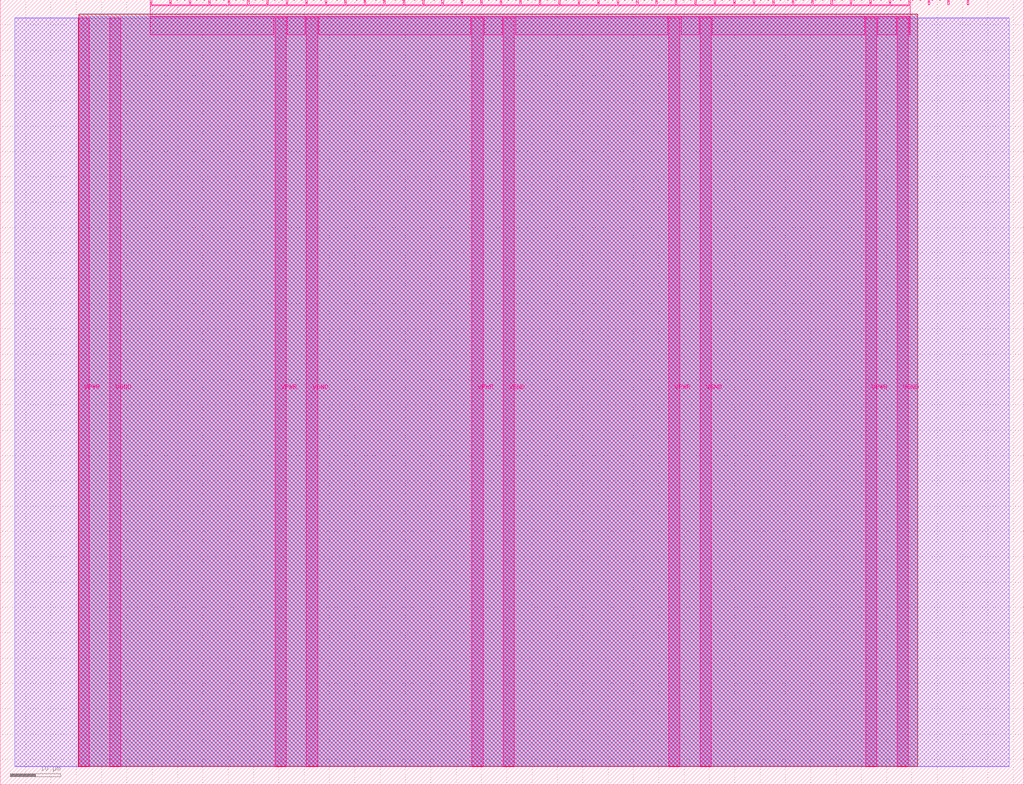
<source format=lef>
VERSION 5.7 ;
  NOWIREEXTENSIONATPIN ON ;
  DIVIDERCHAR "/" ;
  BUSBITCHARS "[]" ;
MACRO tt_um_wokwi_434917167895180289
  CLASS BLOCK ;
  FOREIGN tt_um_wokwi_434917167895180289 ;
  ORIGIN 0.000 0.000 ;
  SIZE 202.080 BY 154.980 ;
  PIN VGND
    DIRECTION INOUT ;
    USE GROUND ;
    PORT
      LAYER Metal5 ;
        RECT 21.580 3.560 23.780 151.420 ;
    END
    PORT
      LAYER Metal5 ;
        RECT 60.450 3.560 62.650 151.420 ;
    END
    PORT
      LAYER Metal5 ;
        RECT 99.320 3.560 101.520 151.420 ;
    END
    PORT
      LAYER Metal5 ;
        RECT 138.190 3.560 140.390 151.420 ;
    END
    PORT
      LAYER Metal5 ;
        RECT 177.060 3.560 179.260 151.420 ;
    END
  END VGND
  PIN VPWR
    DIRECTION INOUT ;
    USE POWER ;
    PORT
      LAYER Metal5 ;
        RECT 15.380 3.560 17.580 151.420 ;
    END
    PORT
      LAYER Metal5 ;
        RECT 54.250 3.560 56.450 151.420 ;
    END
    PORT
      LAYER Metal5 ;
        RECT 93.120 3.560 95.320 151.420 ;
    END
    PORT
      LAYER Metal5 ;
        RECT 131.990 3.560 134.190 151.420 ;
    END
    PORT
      LAYER Metal5 ;
        RECT 170.860 3.560 173.060 151.420 ;
    END
  END VPWR
  PIN clk
    DIRECTION INPUT ;
    USE SIGNAL ;
    PORT
      LAYER Metal5 ;
        RECT 187.050 153.980 187.350 154.980 ;
    END
  END clk
  PIN ena
    DIRECTION INPUT ;
    USE SIGNAL ;
    PORT
      LAYER Metal5 ;
        RECT 190.890 153.980 191.190 154.980 ;
    END
  END ena
  PIN rst_n
    DIRECTION INPUT ;
    USE SIGNAL ;
    PORT
      LAYER Metal5 ;
        RECT 183.210 153.980 183.510 154.980 ;
    END
  END rst_n
  PIN ui_in[0]
    DIRECTION INPUT ;
    USE SIGNAL ;
    ANTENNAGATEAREA 0.180700 ;
    PORT
      LAYER Metal5 ;
        RECT 179.370 153.980 179.670 154.980 ;
    END
  END ui_in[0]
  PIN ui_in[1]
    DIRECTION INPUT ;
    USE SIGNAL ;
    ANTENNAGATEAREA 0.180700 ;
    PORT
      LAYER Metal5 ;
        RECT 175.530 153.980 175.830 154.980 ;
    END
  END ui_in[1]
  PIN ui_in[2]
    DIRECTION INPUT ;
    USE SIGNAL ;
    ANTENNAGATEAREA 0.180700 ;
    PORT
      LAYER Metal5 ;
        RECT 171.690 153.980 171.990 154.980 ;
    END
  END ui_in[2]
  PIN ui_in[3]
    DIRECTION INPUT ;
    USE SIGNAL ;
    ANTENNAGATEAREA 0.180700 ;
    PORT
      LAYER Metal5 ;
        RECT 167.850 153.980 168.150 154.980 ;
    END
  END ui_in[3]
  PIN ui_in[4]
    DIRECTION INPUT ;
    USE SIGNAL ;
    ANTENNAGATEAREA 0.180700 ;
    PORT
      LAYER Metal5 ;
        RECT 164.010 153.980 164.310 154.980 ;
    END
  END ui_in[4]
  PIN ui_in[5]
    DIRECTION INPUT ;
    USE SIGNAL ;
    ANTENNAGATEAREA 0.180700 ;
    PORT
      LAYER Metal5 ;
        RECT 160.170 153.980 160.470 154.980 ;
    END
  END ui_in[5]
  PIN ui_in[6]
    DIRECTION INPUT ;
    USE SIGNAL ;
    ANTENNAGATEAREA 0.180700 ;
    PORT
      LAYER Metal5 ;
        RECT 156.330 153.980 156.630 154.980 ;
    END
  END ui_in[6]
  PIN ui_in[7]
    DIRECTION INPUT ;
    USE SIGNAL ;
    ANTENNAGATEAREA 0.180700 ;
    PORT
      LAYER Metal5 ;
        RECT 152.490 153.980 152.790 154.980 ;
    END
  END ui_in[7]
  PIN uio_in[0]
    DIRECTION INPUT ;
    USE SIGNAL ;
    PORT
      LAYER Metal5 ;
        RECT 148.650 153.980 148.950 154.980 ;
    END
  END uio_in[0]
  PIN uio_in[1]
    DIRECTION INPUT ;
    USE SIGNAL ;
    PORT
      LAYER Metal5 ;
        RECT 144.810 153.980 145.110 154.980 ;
    END
  END uio_in[1]
  PIN uio_in[2]
    DIRECTION INPUT ;
    USE SIGNAL ;
    PORT
      LAYER Metal5 ;
        RECT 140.970 153.980 141.270 154.980 ;
    END
  END uio_in[2]
  PIN uio_in[3]
    DIRECTION INPUT ;
    USE SIGNAL ;
    PORT
      LAYER Metal5 ;
        RECT 137.130 153.980 137.430 154.980 ;
    END
  END uio_in[3]
  PIN uio_in[4]
    DIRECTION INPUT ;
    USE SIGNAL ;
    PORT
      LAYER Metal5 ;
        RECT 133.290 153.980 133.590 154.980 ;
    END
  END uio_in[4]
  PIN uio_in[5]
    DIRECTION INPUT ;
    USE SIGNAL ;
    PORT
      LAYER Metal5 ;
        RECT 129.450 153.980 129.750 154.980 ;
    END
  END uio_in[5]
  PIN uio_in[6]
    DIRECTION INPUT ;
    USE SIGNAL ;
    PORT
      LAYER Metal5 ;
        RECT 125.610 153.980 125.910 154.980 ;
    END
  END uio_in[6]
  PIN uio_in[7]
    DIRECTION INPUT ;
    USE SIGNAL ;
    PORT
      LAYER Metal5 ;
        RECT 121.770 153.980 122.070 154.980 ;
    END
  END uio_in[7]
  PIN uio_oe[0]
    DIRECTION OUTPUT ;
    USE SIGNAL ;
    ANTENNADIFFAREA 0.299200 ;
    PORT
      LAYER Metal5 ;
        RECT 56.490 153.980 56.790 154.980 ;
    END
  END uio_oe[0]
  PIN uio_oe[1]
    DIRECTION OUTPUT ;
    USE SIGNAL ;
    ANTENNADIFFAREA 0.299200 ;
    PORT
      LAYER Metal5 ;
        RECT 52.650 153.980 52.950 154.980 ;
    END
  END uio_oe[1]
  PIN uio_oe[2]
    DIRECTION OUTPUT ;
    USE SIGNAL ;
    ANTENNADIFFAREA 0.299200 ;
    PORT
      LAYER Metal5 ;
        RECT 48.810 153.980 49.110 154.980 ;
    END
  END uio_oe[2]
  PIN uio_oe[3]
    DIRECTION OUTPUT ;
    USE SIGNAL ;
    ANTENNADIFFAREA 0.299200 ;
    PORT
      LAYER Metal5 ;
        RECT 44.970 153.980 45.270 154.980 ;
    END
  END uio_oe[3]
  PIN uio_oe[4]
    DIRECTION OUTPUT ;
    USE SIGNAL ;
    ANTENNADIFFAREA 0.299200 ;
    PORT
      LAYER Metal5 ;
        RECT 41.130 153.980 41.430 154.980 ;
    END
  END uio_oe[4]
  PIN uio_oe[5]
    DIRECTION OUTPUT ;
    USE SIGNAL ;
    ANTENNADIFFAREA 0.299200 ;
    PORT
      LAYER Metal5 ;
        RECT 37.290 153.980 37.590 154.980 ;
    END
  END uio_oe[5]
  PIN uio_oe[6]
    DIRECTION OUTPUT ;
    USE SIGNAL ;
    ANTENNADIFFAREA 0.299200 ;
    PORT
      LAYER Metal5 ;
        RECT 33.450 153.980 33.750 154.980 ;
    END
  END uio_oe[6]
  PIN uio_oe[7]
    DIRECTION OUTPUT ;
    USE SIGNAL ;
    ANTENNADIFFAREA 0.299200 ;
    PORT
      LAYER Metal5 ;
        RECT 29.610 153.980 29.910 154.980 ;
    END
  END uio_oe[7]
  PIN uio_out[0]
    DIRECTION OUTPUT ;
    USE SIGNAL ;
    ANTENNADIFFAREA 0.299200 ;
    PORT
      LAYER Metal5 ;
        RECT 87.210 153.980 87.510 154.980 ;
    END
  END uio_out[0]
  PIN uio_out[1]
    DIRECTION OUTPUT ;
    USE SIGNAL ;
    ANTENNADIFFAREA 0.299200 ;
    PORT
      LAYER Metal5 ;
        RECT 83.370 153.980 83.670 154.980 ;
    END
  END uio_out[1]
  PIN uio_out[2]
    DIRECTION OUTPUT ;
    USE SIGNAL ;
    ANTENNADIFFAREA 0.299200 ;
    PORT
      LAYER Metal5 ;
        RECT 79.530 153.980 79.830 154.980 ;
    END
  END uio_out[2]
  PIN uio_out[3]
    DIRECTION OUTPUT ;
    USE SIGNAL ;
    ANTENNADIFFAREA 0.299200 ;
    PORT
      LAYER Metal5 ;
        RECT 75.690 153.980 75.990 154.980 ;
    END
  END uio_out[3]
  PIN uio_out[4]
    DIRECTION OUTPUT ;
    USE SIGNAL ;
    ANTENNADIFFAREA 0.299200 ;
    PORT
      LAYER Metal5 ;
        RECT 71.850 153.980 72.150 154.980 ;
    END
  END uio_out[4]
  PIN uio_out[5]
    DIRECTION OUTPUT ;
    USE SIGNAL ;
    ANTENNADIFFAREA 0.299200 ;
    PORT
      LAYER Metal5 ;
        RECT 68.010 153.980 68.310 154.980 ;
    END
  END uio_out[5]
  PIN uio_out[6]
    DIRECTION OUTPUT ;
    USE SIGNAL ;
    ANTENNADIFFAREA 0.299200 ;
    PORT
      LAYER Metal5 ;
        RECT 64.170 153.980 64.470 154.980 ;
    END
  END uio_out[6]
  PIN uio_out[7]
    DIRECTION OUTPUT ;
    USE SIGNAL ;
    ANTENNADIFFAREA 0.299200 ;
    PORT
      LAYER Metal5 ;
        RECT 60.330 153.980 60.630 154.980 ;
    END
  END uio_out[7]
  PIN uo_out[0]
    DIRECTION OUTPUT ;
    USE SIGNAL ;
    ANTENNADIFFAREA 0.654800 ;
    PORT
      LAYER Metal5 ;
        RECT 117.930 153.980 118.230 154.980 ;
    END
  END uo_out[0]
  PIN uo_out[1]
    DIRECTION OUTPUT ;
    USE SIGNAL ;
    ANTENNADIFFAREA 0.654800 ;
    PORT
      LAYER Metal5 ;
        RECT 114.090 153.980 114.390 154.980 ;
    END
  END uo_out[1]
  PIN uo_out[2]
    DIRECTION OUTPUT ;
    USE SIGNAL ;
    ANTENNADIFFAREA 0.654800 ;
    PORT
      LAYER Metal5 ;
        RECT 110.250 153.980 110.550 154.980 ;
    END
  END uo_out[2]
  PIN uo_out[3]
    DIRECTION OUTPUT ;
    USE SIGNAL ;
    ANTENNADIFFAREA 0.299200 ;
    PORT
      LAYER Metal5 ;
        RECT 106.410 153.980 106.710 154.980 ;
    END
  END uo_out[3]
  PIN uo_out[4]
    DIRECTION OUTPUT ;
    USE SIGNAL ;
    ANTENNADIFFAREA 0.654800 ;
    PORT
      LAYER Metal5 ;
        RECT 102.570 153.980 102.870 154.980 ;
    END
  END uo_out[4]
  PIN uo_out[5]
    DIRECTION OUTPUT ;
    USE SIGNAL ;
    ANTENNADIFFAREA 0.654800 ;
    PORT
      LAYER Metal5 ;
        RECT 98.730 153.980 99.030 154.980 ;
    END
  END uo_out[5]
  PIN uo_out[6]
    DIRECTION OUTPUT ;
    USE SIGNAL ;
    ANTENNADIFFAREA 0.654800 ;
    PORT
      LAYER Metal5 ;
        RECT 94.890 153.980 95.190 154.980 ;
    END
  END uo_out[6]
  PIN uo_out[7]
    DIRECTION OUTPUT ;
    USE SIGNAL ;
    ANTENNADIFFAREA 0.654800 ;
    PORT
      LAYER Metal5 ;
        RECT 91.050 153.980 91.350 154.980 ;
    END
  END uo_out[7]
  OBS
      LAYER GatPoly ;
        RECT 2.880 3.630 199.200 151.350 ;
      LAYER Metal1 ;
        RECT 2.880 3.560 199.200 151.420 ;
      LAYER Metal2 ;
        RECT 15.515 3.680 181.105 151.720 ;
      LAYER Metal3 ;
        RECT 15.560 3.635 181.060 152.185 ;
      LAYER Metal4 ;
        RECT 15.515 3.680 181.105 152.140 ;
      LAYER Metal5 ;
        RECT 30.120 153.770 33.240 153.980 ;
        RECT 33.960 153.770 37.080 153.980 ;
        RECT 37.800 153.770 40.920 153.980 ;
        RECT 41.640 153.770 44.760 153.980 ;
        RECT 45.480 153.770 48.600 153.980 ;
        RECT 49.320 153.770 52.440 153.980 ;
        RECT 53.160 153.770 56.280 153.980 ;
        RECT 57.000 153.770 60.120 153.980 ;
        RECT 60.840 153.770 63.960 153.980 ;
        RECT 64.680 153.770 67.800 153.980 ;
        RECT 68.520 153.770 71.640 153.980 ;
        RECT 72.360 153.770 75.480 153.980 ;
        RECT 76.200 153.770 79.320 153.980 ;
        RECT 80.040 153.770 83.160 153.980 ;
        RECT 83.880 153.770 87.000 153.980 ;
        RECT 87.720 153.770 90.840 153.980 ;
        RECT 91.560 153.770 94.680 153.980 ;
        RECT 95.400 153.770 98.520 153.980 ;
        RECT 99.240 153.770 102.360 153.980 ;
        RECT 103.080 153.770 106.200 153.980 ;
        RECT 106.920 153.770 110.040 153.980 ;
        RECT 110.760 153.770 113.880 153.980 ;
        RECT 114.600 153.770 117.720 153.980 ;
        RECT 118.440 153.770 121.560 153.980 ;
        RECT 122.280 153.770 125.400 153.980 ;
        RECT 126.120 153.770 129.240 153.980 ;
        RECT 129.960 153.770 133.080 153.980 ;
        RECT 133.800 153.770 136.920 153.980 ;
        RECT 137.640 153.770 140.760 153.980 ;
        RECT 141.480 153.770 144.600 153.980 ;
        RECT 145.320 153.770 148.440 153.980 ;
        RECT 149.160 153.770 152.280 153.980 ;
        RECT 153.000 153.770 156.120 153.980 ;
        RECT 156.840 153.770 159.960 153.980 ;
        RECT 160.680 153.770 163.800 153.980 ;
        RECT 164.520 153.770 167.640 153.980 ;
        RECT 168.360 153.770 171.480 153.980 ;
        RECT 172.200 153.770 175.320 153.980 ;
        RECT 176.040 153.770 179.160 153.980 ;
        RECT 29.660 151.630 179.620 153.770 ;
        RECT 29.660 148.115 54.040 151.630 ;
        RECT 56.660 148.115 60.240 151.630 ;
        RECT 62.860 148.115 92.910 151.630 ;
        RECT 95.530 148.115 99.110 151.630 ;
        RECT 101.730 148.115 131.780 151.630 ;
        RECT 134.400 148.115 137.980 151.630 ;
        RECT 140.600 148.115 170.650 151.630 ;
        RECT 173.270 148.115 176.850 151.630 ;
        RECT 179.470 148.115 179.620 151.630 ;
  END
END tt_um_wokwi_434917167895180289
END LIBRARY


</source>
